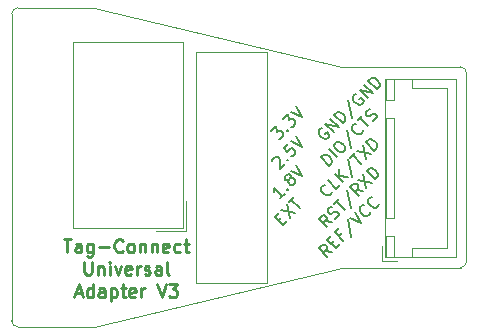
<source format=gto>
G04 #@! TF.GenerationSoftware,KiCad,Pcbnew,5.0.1*
G04 #@! TF.CreationDate,2019-11-02T01:16:45+01:00*
G04 #@! TF.ProjectId,JlinkBreakout,4A6C696E6B427265616B6F75742E6B69,rev?*
G04 #@! TF.SameCoordinates,Original*
G04 #@! TF.FileFunction,Legend,Top*
G04 #@! TF.FilePolarity,Positive*
%FSLAX46Y46*%
G04 Gerber Fmt 4.6, Leading zero omitted, Abs format (unit mm)*
G04 Created by KiCad (PCBNEW 5.0.1) date Sat 02 Nov 2019 01:16:45 AM CET*
%MOMM*%
%LPD*%
G01*
G04 APERTURE LIST*
%ADD10C,0.200000*%
%ADD11C,0.250000*%
%ADD12C,0.050000*%
%ADD13C,0.120000*%
%ADD14C,0.100000*%
G04 APERTURE END LIST*
D10*
X85118442Y-51171320D02*
X84546023Y-51070305D01*
X84714381Y-51575381D02*
X84007275Y-50868274D01*
X84276649Y-50598900D01*
X84377664Y-50565228D01*
X84445007Y-50565228D01*
X84546023Y-50598900D01*
X84647038Y-50699915D01*
X84680710Y-50800931D01*
X84680710Y-50868274D01*
X84647038Y-50969289D01*
X84377664Y-51238663D01*
X85354145Y-50868274D02*
X85488832Y-50800931D01*
X85657190Y-50632572D01*
X85690862Y-50531557D01*
X85690862Y-50464213D01*
X85657190Y-50363198D01*
X85589847Y-50295854D01*
X85488832Y-50262183D01*
X85421488Y-50262183D01*
X85320473Y-50295854D01*
X85152114Y-50396870D01*
X85051099Y-50430541D01*
X84983755Y-50430541D01*
X84882740Y-50396870D01*
X84815397Y-50329526D01*
X84781725Y-50228511D01*
X84781725Y-50161167D01*
X84815397Y-50060152D01*
X84983755Y-49891793D01*
X85118442Y-49824450D01*
X85286801Y-49588748D02*
X85690862Y-49184687D01*
X86195938Y-50093824D02*
X85488832Y-49386717D01*
X86397969Y-48410236D02*
X86701015Y-49925465D01*
X87778511Y-48511251D02*
X87206091Y-48410236D01*
X87374450Y-48915312D02*
X86667343Y-48208206D01*
X86936717Y-47938832D01*
X87037732Y-47905160D01*
X87105076Y-47905160D01*
X87206091Y-47938832D01*
X87307106Y-48039847D01*
X87340778Y-48140862D01*
X87340778Y-48208206D01*
X87307106Y-48309221D01*
X87037732Y-48578595D01*
X87307106Y-47568442D02*
X88485618Y-47804145D01*
X87778511Y-47097038D02*
X88014213Y-48275549D01*
X88754992Y-47534771D02*
X88047885Y-46827664D01*
X88216244Y-46659305D01*
X88350931Y-46591962D01*
X88485618Y-46591962D01*
X88586633Y-46625633D01*
X88754992Y-46726649D01*
X88856007Y-46827664D01*
X88957022Y-46996023D01*
X88990694Y-47097038D01*
X88990694Y-47231725D01*
X88923350Y-47366412D01*
X88754992Y-47534771D01*
X80591877Y-51007106D02*
X80827580Y-50771404D01*
X81298984Y-51040778D02*
X80962267Y-51377496D01*
X80255160Y-50670389D01*
X80591877Y-50333671D01*
X80827580Y-50097969D02*
X82006091Y-50333671D01*
X81298984Y-49626564D02*
X81534687Y-50805076D01*
X81467343Y-49458206D02*
X81871404Y-49054145D01*
X82376480Y-49963282D02*
X81669374Y-49256175D01*
X81113790Y-48725973D02*
X80709729Y-49130034D01*
X80911759Y-48928003D02*
X80204652Y-48220896D01*
X80238324Y-48389255D01*
X80238324Y-48523942D01*
X80204652Y-48624957D01*
X81349492Y-48355583D02*
X81416835Y-48355583D01*
X81416835Y-48422927D01*
X81349492Y-48422927D01*
X81349492Y-48355583D01*
X81416835Y-48422927D01*
X81450507Y-47581133D02*
X81349492Y-47614805D01*
X81282148Y-47614805D01*
X81181133Y-47581133D01*
X81147461Y-47547461D01*
X81113790Y-47446446D01*
X81113790Y-47379103D01*
X81147461Y-47278087D01*
X81282148Y-47143400D01*
X81383164Y-47109729D01*
X81450507Y-47109729D01*
X81551522Y-47143400D01*
X81585194Y-47177072D01*
X81618866Y-47278087D01*
X81618866Y-47345431D01*
X81585194Y-47446446D01*
X81450507Y-47581133D01*
X81416835Y-47682148D01*
X81416835Y-47749492D01*
X81450507Y-47850507D01*
X81585194Y-47985194D01*
X81686209Y-48018866D01*
X81753553Y-48018866D01*
X81854568Y-47985194D01*
X81989255Y-47850507D01*
X82022927Y-47749492D01*
X82022927Y-47682148D01*
X81989255Y-47581133D01*
X81854568Y-47446446D01*
X81753553Y-47412774D01*
X81686209Y-47412774D01*
X81585194Y-47446446D01*
X81618866Y-46806683D02*
X82561675Y-47278087D01*
X82090270Y-46335278D01*
X80069965Y-45990270D02*
X80069965Y-45922927D01*
X80103637Y-45821912D01*
X80271996Y-45653553D01*
X80373011Y-45619881D01*
X80440355Y-45619881D01*
X80541370Y-45653553D01*
X80608713Y-45720896D01*
X80676057Y-45855583D01*
X80676057Y-46663705D01*
X81113790Y-46225973D01*
X81349492Y-45855583D02*
X81416835Y-45855583D01*
X81416835Y-45922927D01*
X81349492Y-45922927D01*
X81349492Y-45855583D01*
X81416835Y-45922927D01*
X81383164Y-44542385D02*
X81046446Y-44879103D01*
X81349492Y-45249492D01*
X81349492Y-45182148D01*
X81383164Y-45081133D01*
X81551522Y-44912774D01*
X81652538Y-44879103D01*
X81719881Y-44879103D01*
X81820896Y-44912774D01*
X81989255Y-45081133D01*
X82022927Y-45182148D01*
X82022927Y-45249492D01*
X81989255Y-45350507D01*
X81820896Y-45518866D01*
X81719881Y-45552538D01*
X81652538Y-45552538D01*
X81618866Y-44306683D02*
X82561675Y-44778087D01*
X82090270Y-43835278D01*
X79968950Y-43456599D02*
X80406683Y-43018866D01*
X80440355Y-43523942D01*
X80541370Y-43422927D01*
X80642385Y-43389255D01*
X80709729Y-43389255D01*
X80810744Y-43422927D01*
X80979103Y-43591286D01*
X81012774Y-43692301D01*
X81012774Y-43759644D01*
X80979103Y-43860660D01*
X80777072Y-44062690D01*
X80676057Y-44096362D01*
X80608713Y-44096362D01*
X81349492Y-43355583D02*
X81416835Y-43355583D01*
X81416835Y-43422927D01*
X81349492Y-43422927D01*
X81349492Y-43355583D01*
X81416835Y-43422927D01*
X80979103Y-42446446D02*
X81416835Y-42008713D01*
X81450507Y-42513790D01*
X81551522Y-42412774D01*
X81652538Y-42379103D01*
X81719881Y-42379103D01*
X81820896Y-42412774D01*
X81989255Y-42581133D01*
X82022927Y-42682148D01*
X82022927Y-42749492D01*
X81989255Y-42850507D01*
X81787225Y-43052538D01*
X81686209Y-43086209D01*
X81618866Y-43086209D01*
X81618866Y-41806683D02*
X82561675Y-42278087D01*
X82090270Y-41335278D01*
X84259813Y-43183079D02*
X84158798Y-43216751D01*
X84057782Y-43317766D01*
X83990439Y-43452453D01*
X83990439Y-43587140D01*
X84024111Y-43688156D01*
X84125126Y-43856514D01*
X84226141Y-43957530D01*
X84394500Y-44058545D01*
X84495515Y-44092217D01*
X84630202Y-44092217D01*
X84764889Y-44024873D01*
X84832233Y-43957530D01*
X84899576Y-43822843D01*
X84899576Y-43755499D01*
X84663874Y-43519797D01*
X84529187Y-43654484D01*
X85269965Y-43519797D02*
X84562859Y-42812690D01*
X85674026Y-43115736D01*
X84966920Y-42408629D01*
X86010744Y-42779018D02*
X85303637Y-42071912D01*
X85471996Y-41903553D01*
X85606683Y-41836209D01*
X85741370Y-41836209D01*
X85842385Y-41869881D01*
X86010744Y-41970896D01*
X86111759Y-42071912D01*
X86212774Y-42240270D01*
X86246446Y-42341286D01*
X86246446Y-42475973D01*
X86179103Y-42610660D01*
X86010744Y-42779018D01*
X86482148Y-40826057D02*
X86785194Y-42341286D01*
X87155583Y-40287309D02*
X87054568Y-40320981D01*
X86953553Y-40421996D01*
X86886209Y-40556683D01*
X86886209Y-40691370D01*
X86919881Y-40792385D01*
X87020896Y-40960744D01*
X87121912Y-41061759D01*
X87290270Y-41162774D01*
X87391286Y-41196446D01*
X87525973Y-41196446D01*
X87660660Y-41129103D01*
X87728003Y-41061759D01*
X87795347Y-40927072D01*
X87795347Y-40859729D01*
X87559644Y-40624026D01*
X87424957Y-40758713D01*
X88165736Y-40624026D02*
X87458629Y-39916920D01*
X88569797Y-40219965D01*
X87862690Y-39512859D01*
X88906514Y-39883248D02*
X88199408Y-39176141D01*
X88367766Y-39007782D01*
X88502453Y-38940439D01*
X88637140Y-38940439D01*
X88738156Y-38974111D01*
X88906514Y-39075126D01*
X89007530Y-39176141D01*
X89108545Y-39344500D01*
X89142217Y-39445515D01*
X89142217Y-39580202D01*
X89074873Y-39714889D01*
X88906514Y-39883248D01*
X84865904Y-46373858D02*
X84158798Y-45666751D01*
X84327156Y-45498392D01*
X84461843Y-45431049D01*
X84596530Y-45431049D01*
X84697546Y-45464721D01*
X84865904Y-45565736D01*
X84966920Y-45666751D01*
X85067935Y-45835110D01*
X85101607Y-45936125D01*
X85101607Y-46070812D01*
X85034263Y-46205499D01*
X84865904Y-46373858D01*
X85573011Y-45666751D02*
X84865904Y-44959644D01*
X85337309Y-44488240D02*
X85471996Y-44353553D01*
X85573011Y-44319881D01*
X85707698Y-44319881D01*
X85876057Y-44420896D01*
X86111759Y-44656599D01*
X86212774Y-44824957D01*
X86212774Y-44959644D01*
X86179103Y-45060660D01*
X86044416Y-45195347D01*
X85943400Y-45229018D01*
X85808713Y-45229018D01*
X85640355Y-45128003D01*
X85404652Y-44892301D01*
X85303637Y-44723942D01*
X85303637Y-44589255D01*
X85337309Y-44488240D01*
X86414805Y-43343400D02*
X86717851Y-44858629D01*
X87728003Y-43377072D02*
X87728003Y-43444416D01*
X87660660Y-43579103D01*
X87593316Y-43646446D01*
X87458629Y-43713790D01*
X87323942Y-43713790D01*
X87222927Y-43680118D01*
X87054568Y-43579103D01*
X86953553Y-43478087D01*
X86852538Y-43309729D01*
X86818866Y-43208713D01*
X86818866Y-43074026D01*
X86886209Y-42939339D01*
X86953553Y-42871996D01*
X87088240Y-42804652D01*
X87155583Y-42804652D01*
X87290270Y-42535278D02*
X87694331Y-42131217D01*
X88199408Y-43040355D02*
X87492301Y-42333248D01*
X88569797Y-42602622D02*
X88704484Y-42535278D01*
X88872843Y-42366920D01*
X88906514Y-42265904D01*
X88906514Y-42198561D01*
X88872843Y-42097546D01*
X88805499Y-42030202D01*
X88704484Y-41996530D01*
X88637140Y-41996530D01*
X88536125Y-42030202D01*
X88367766Y-42131217D01*
X88266751Y-42164889D01*
X88199408Y-42164889D01*
X88098392Y-42131217D01*
X88031049Y-42063874D01*
X87997377Y-41962859D01*
X87997377Y-41895515D01*
X88031049Y-41794500D01*
X88199408Y-41626141D01*
X88334095Y-41558798D01*
X85135278Y-53654484D02*
X84562859Y-53553469D01*
X84731217Y-54058545D02*
X84024111Y-53351438D01*
X84293485Y-53082064D01*
X84394500Y-53048392D01*
X84461843Y-53048392D01*
X84562859Y-53082064D01*
X84663874Y-53183079D01*
X84697546Y-53284095D01*
X84697546Y-53351438D01*
X84663874Y-53452453D01*
X84394500Y-53721827D01*
X85067935Y-52981049D02*
X85303637Y-52745347D01*
X85775042Y-53014721D02*
X85438324Y-53351438D01*
X84731217Y-52644331D01*
X85067935Y-52307614D01*
X85943400Y-52105583D02*
X85707698Y-52341286D01*
X86078087Y-52711675D02*
X85370981Y-52004568D01*
X85707698Y-51667851D01*
X86448477Y-50859729D02*
X86751522Y-52374957D01*
X86616835Y-50758713D02*
X87559644Y-51230118D01*
X87088240Y-50287309D01*
X88367766Y-50287309D02*
X88367766Y-50354652D01*
X88300423Y-50489339D01*
X88233079Y-50556683D01*
X88098392Y-50624026D01*
X87963705Y-50624026D01*
X87862690Y-50590355D01*
X87694331Y-50489339D01*
X87593316Y-50388324D01*
X87492301Y-50219965D01*
X87458629Y-50118950D01*
X87458629Y-49984263D01*
X87525973Y-49849576D01*
X87593316Y-49782233D01*
X87728003Y-49714889D01*
X87795347Y-49714889D01*
X89074873Y-49580202D02*
X89074873Y-49647546D01*
X89007530Y-49782233D01*
X88940186Y-49849576D01*
X88805499Y-49916920D01*
X88670812Y-49916920D01*
X88569797Y-49883248D01*
X88401438Y-49782233D01*
X88300423Y-49681217D01*
X88199408Y-49512859D01*
X88165736Y-49411843D01*
X88165736Y-49277156D01*
X88233079Y-49142469D01*
X88300423Y-49075126D01*
X88435110Y-49007782D01*
X88502453Y-49007782D01*
X85101607Y-48553469D02*
X85101607Y-48620812D01*
X85034263Y-48755499D01*
X84966920Y-48822843D01*
X84832233Y-48890186D01*
X84697546Y-48890186D01*
X84596530Y-48856514D01*
X84428172Y-48755499D01*
X84327156Y-48654484D01*
X84226141Y-48486125D01*
X84192469Y-48385110D01*
X84192469Y-48250423D01*
X84259813Y-48115736D01*
X84327156Y-48048392D01*
X84461843Y-47981049D01*
X84529187Y-47981049D01*
X85808713Y-47981049D02*
X85471996Y-48317766D01*
X84764889Y-47610660D01*
X86044416Y-47745347D02*
X85337309Y-47038240D01*
X86448477Y-47341286D02*
X85741370Y-47240270D01*
X85741370Y-46634179D02*
X85741370Y-47442301D01*
X86515820Y-45792385D02*
X86818866Y-47307614D01*
X86684179Y-45691370D02*
X87088240Y-45287309D01*
X87593316Y-46196446D02*
X86886209Y-45489339D01*
X87256599Y-45118950D02*
X88435110Y-45354652D01*
X87728003Y-44647546D02*
X87963705Y-45826057D01*
X88704484Y-45085278D02*
X87997377Y-44378172D01*
X88165736Y-44209813D01*
X88300423Y-44142469D01*
X88435110Y-44142469D01*
X88536125Y-44176141D01*
X88704484Y-44277156D01*
X88805499Y-44378172D01*
X88906514Y-44546530D01*
X88940186Y-44647546D01*
X88940186Y-44782233D01*
X88872843Y-44916920D01*
X88704484Y-45085278D01*
D11*
X62409523Y-52597619D02*
X63038095Y-52597619D01*
X62723809Y-53697619D02*
X62723809Y-52597619D01*
X63876190Y-53697619D02*
X63876190Y-53121428D01*
X63823809Y-53016666D01*
X63719047Y-52964285D01*
X63509523Y-52964285D01*
X63404761Y-53016666D01*
X63876190Y-53645238D02*
X63771428Y-53697619D01*
X63509523Y-53697619D01*
X63404761Y-53645238D01*
X63352380Y-53540476D01*
X63352380Y-53435714D01*
X63404761Y-53330952D01*
X63509523Y-53278571D01*
X63771428Y-53278571D01*
X63876190Y-53226190D01*
X64871428Y-52964285D02*
X64871428Y-53854761D01*
X64819047Y-53959523D01*
X64766666Y-54011904D01*
X64661904Y-54064285D01*
X64504761Y-54064285D01*
X64400000Y-54011904D01*
X64871428Y-53645238D02*
X64766666Y-53697619D01*
X64557142Y-53697619D01*
X64452380Y-53645238D01*
X64400000Y-53592857D01*
X64347619Y-53488095D01*
X64347619Y-53173809D01*
X64400000Y-53069047D01*
X64452380Y-53016666D01*
X64557142Y-52964285D01*
X64766666Y-52964285D01*
X64871428Y-53016666D01*
X65395238Y-53278571D02*
X66233333Y-53278571D01*
X67385714Y-53592857D02*
X67333333Y-53645238D01*
X67176190Y-53697619D01*
X67071428Y-53697619D01*
X66914285Y-53645238D01*
X66809523Y-53540476D01*
X66757142Y-53435714D01*
X66704761Y-53226190D01*
X66704761Y-53069047D01*
X66757142Y-52859523D01*
X66809523Y-52754761D01*
X66914285Y-52650000D01*
X67071428Y-52597619D01*
X67176190Y-52597619D01*
X67333333Y-52650000D01*
X67385714Y-52702380D01*
X68014285Y-53697619D02*
X67909523Y-53645238D01*
X67857142Y-53592857D01*
X67804761Y-53488095D01*
X67804761Y-53173809D01*
X67857142Y-53069047D01*
X67909523Y-53016666D01*
X68014285Y-52964285D01*
X68171428Y-52964285D01*
X68276190Y-53016666D01*
X68328571Y-53069047D01*
X68380952Y-53173809D01*
X68380952Y-53488095D01*
X68328571Y-53592857D01*
X68276190Y-53645238D01*
X68171428Y-53697619D01*
X68014285Y-53697619D01*
X68852380Y-52964285D02*
X68852380Y-53697619D01*
X68852380Y-53069047D02*
X68904761Y-53016666D01*
X69009523Y-52964285D01*
X69166666Y-52964285D01*
X69271428Y-53016666D01*
X69323809Y-53121428D01*
X69323809Y-53697619D01*
X69847619Y-52964285D02*
X69847619Y-53697619D01*
X69847619Y-53069047D02*
X69900000Y-53016666D01*
X70004761Y-52964285D01*
X70161904Y-52964285D01*
X70266666Y-53016666D01*
X70319047Y-53121428D01*
X70319047Y-53697619D01*
X71261904Y-53645238D02*
X71157142Y-53697619D01*
X70947619Y-53697619D01*
X70842857Y-53645238D01*
X70790476Y-53540476D01*
X70790476Y-53121428D01*
X70842857Y-53016666D01*
X70947619Y-52964285D01*
X71157142Y-52964285D01*
X71261904Y-53016666D01*
X71314285Y-53121428D01*
X71314285Y-53226190D01*
X70790476Y-53330952D01*
X72257142Y-53645238D02*
X72152380Y-53697619D01*
X71942857Y-53697619D01*
X71838095Y-53645238D01*
X71785714Y-53592857D01*
X71733333Y-53488095D01*
X71733333Y-53173809D01*
X71785714Y-53069047D01*
X71838095Y-53016666D01*
X71942857Y-52964285D01*
X72152380Y-52964285D01*
X72257142Y-53016666D01*
X72571428Y-52964285D02*
X72990476Y-52964285D01*
X72728571Y-52597619D02*
X72728571Y-53540476D01*
X72780952Y-53645238D01*
X72885714Y-53697619D01*
X72990476Y-53697619D01*
X64164285Y-54497619D02*
X64164285Y-55388095D01*
X64216666Y-55492857D01*
X64269047Y-55545238D01*
X64373809Y-55597619D01*
X64583333Y-55597619D01*
X64688095Y-55545238D01*
X64740476Y-55492857D01*
X64792857Y-55388095D01*
X64792857Y-54497619D01*
X65316666Y-54864285D02*
X65316666Y-55597619D01*
X65316666Y-54969047D02*
X65369047Y-54916666D01*
X65473809Y-54864285D01*
X65630952Y-54864285D01*
X65735714Y-54916666D01*
X65788095Y-55021428D01*
X65788095Y-55597619D01*
X66311904Y-55597619D02*
X66311904Y-54864285D01*
X66311904Y-54497619D02*
X66259523Y-54550000D01*
X66311904Y-54602380D01*
X66364285Y-54550000D01*
X66311904Y-54497619D01*
X66311904Y-54602380D01*
X66730952Y-54864285D02*
X66992857Y-55597619D01*
X67254761Y-54864285D01*
X68092857Y-55545238D02*
X67988095Y-55597619D01*
X67778571Y-55597619D01*
X67673809Y-55545238D01*
X67621428Y-55440476D01*
X67621428Y-55021428D01*
X67673809Y-54916666D01*
X67778571Y-54864285D01*
X67988095Y-54864285D01*
X68092857Y-54916666D01*
X68145238Y-55021428D01*
X68145238Y-55126190D01*
X67621428Y-55230952D01*
X68616666Y-55597619D02*
X68616666Y-54864285D01*
X68616666Y-55073809D02*
X68669047Y-54969047D01*
X68721428Y-54916666D01*
X68826190Y-54864285D01*
X68930952Y-54864285D01*
X69245238Y-55545238D02*
X69350000Y-55597619D01*
X69559523Y-55597619D01*
X69664285Y-55545238D01*
X69716666Y-55440476D01*
X69716666Y-55388095D01*
X69664285Y-55283333D01*
X69559523Y-55230952D01*
X69402380Y-55230952D01*
X69297619Y-55178571D01*
X69245238Y-55073809D01*
X69245238Y-55021428D01*
X69297619Y-54916666D01*
X69402380Y-54864285D01*
X69559523Y-54864285D01*
X69664285Y-54916666D01*
X70659523Y-55597619D02*
X70659523Y-55021428D01*
X70607142Y-54916666D01*
X70502380Y-54864285D01*
X70292857Y-54864285D01*
X70188095Y-54916666D01*
X70659523Y-55545238D02*
X70554761Y-55597619D01*
X70292857Y-55597619D01*
X70188095Y-55545238D01*
X70135714Y-55440476D01*
X70135714Y-55335714D01*
X70188095Y-55230952D01*
X70292857Y-55178571D01*
X70554761Y-55178571D01*
X70659523Y-55126190D01*
X71340476Y-55597619D02*
X71235714Y-55545238D01*
X71183333Y-55440476D01*
X71183333Y-54497619D01*
X63404761Y-57183333D02*
X63928571Y-57183333D01*
X63300000Y-57497619D02*
X63666666Y-56397619D01*
X64033333Y-57497619D01*
X64871428Y-57497619D02*
X64871428Y-56397619D01*
X64871428Y-57445238D02*
X64766666Y-57497619D01*
X64557142Y-57497619D01*
X64452380Y-57445238D01*
X64400000Y-57392857D01*
X64347619Y-57288095D01*
X64347619Y-56973809D01*
X64400000Y-56869047D01*
X64452380Y-56816666D01*
X64557142Y-56764285D01*
X64766666Y-56764285D01*
X64871428Y-56816666D01*
X65866666Y-57497619D02*
X65866666Y-56921428D01*
X65814285Y-56816666D01*
X65709523Y-56764285D01*
X65500000Y-56764285D01*
X65395238Y-56816666D01*
X65866666Y-57445238D02*
X65761904Y-57497619D01*
X65500000Y-57497619D01*
X65395238Y-57445238D01*
X65342857Y-57340476D01*
X65342857Y-57235714D01*
X65395238Y-57130952D01*
X65500000Y-57078571D01*
X65761904Y-57078571D01*
X65866666Y-57026190D01*
X66390476Y-56764285D02*
X66390476Y-57864285D01*
X66390476Y-56816666D02*
X66495238Y-56764285D01*
X66704761Y-56764285D01*
X66809523Y-56816666D01*
X66861904Y-56869047D01*
X66914285Y-56973809D01*
X66914285Y-57288095D01*
X66861904Y-57392857D01*
X66809523Y-57445238D01*
X66704761Y-57497619D01*
X66495238Y-57497619D01*
X66390476Y-57445238D01*
X67228571Y-56764285D02*
X67647619Y-56764285D01*
X67385714Y-56397619D02*
X67385714Y-57340476D01*
X67438095Y-57445238D01*
X67542857Y-57497619D01*
X67647619Y-57497619D01*
X68433333Y-57445238D02*
X68328571Y-57497619D01*
X68119047Y-57497619D01*
X68014285Y-57445238D01*
X67961904Y-57340476D01*
X67961904Y-56921428D01*
X68014285Y-56816666D01*
X68119047Y-56764285D01*
X68328571Y-56764285D01*
X68433333Y-56816666D01*
X68485714Y-56921428D01*
X68485714Y-57026190D01*
X67961904Y-57130952D01*
X68957142Y-57497619D02*
X68957142Y-56764285D01*
X68957142Y-56973809D02*
X69009523Y-56869047D01*
X69061904Y-56816666D01*
X69166666Y-56764285D01*
X69271428Y-56764285D01*
X70319047Y-56397619D02*
X70685714Y-57497619D01*
X71052380Y-56397619D01*
X71314285Y-56397619D02*
X71995238Y-56397619D01*
X71628571Y-56816666D01*
X71785714Y-56816666D01*
X71890476Y-56869047D01*
X71942857Y-56921428D01*
X71995238Y-57026190D01*
X71995238Y-57288095D01*
X71942857Y-57392857D01*
X71890476Y-57445238D01*
X71785714Y-57497619D01*
X71471428Y-57497619D01*
X71366666Y-57445238D01*
X71314285Y-57392857D01*
D12*
X58500000Y-60000000D02*
G75*
G02X58000000Y-59500000I0J500000D01*
G01*
X58000000Y-33500000D02*
G75*
G02X58500000Y-33000000I500000J0D01*
G01*
X96000000Y-38000000D02*
G75*
G02X96500000Y-38500000I0J-500000D01*
G01*
X96500000Y-54500000D02*
G75*
G02X96000000Y-55000000I-500000J0D01*
G01*
X86000000Y-38000000D02*
X65000000Y-33000000D01*
X96000000Y-38000000D02*
X86000000Y-38000000D01*
X96500000Y-54500000D02*
X96500000Y-38500000D01*
X86000000Y-55000000D02*
X96000000Y-55000000D01*
X65000000Y-60000000D02*
X86000000Y-55000000D01*
X65000000Y-33000000D02*
X58500000Y-33000000D01*
X58500000Y-60000000D02*
X65000000Y-60000000D01*
X58000000Y-33500000D02*
X58000000Y-59500000D01*
D13*
G04 #@! TO.C,J3*
X89640000Y-54110000D02*
X95610000Y-54110000D01*
X95610000Y-54110000D02*
X95610000Y-38990000D01*
X95610000Y-38990000D02*
X89640000Y-38990000D01*
X89640000Y-38990000D02*
X89640000Y-54110000D01*
X89650000Y-50800000D02*
X90400000Y-50800000D01*
X90400000Y-50800000D02*
X90400000Y-42300000D01*
X90400000Y-42300000D02*
X89650000Y-42300000D01*
X89650000Y-42300000D02*
X89650000Y-50800000D01*
X89650000Y-54100000D02*
X90400000Y-54100000D01*
X90400000Y-54100000D02*
X90400000Y-52300000D01*
X90400000Y-52300000D02*
X89650000Y-52300000D01*
X89650000Y-52300000D02*
X89650000Y-54100000D01*
X89650000Y-40800000D02*
X90400000Y-40800000D01*
X90400000Y-40800000D02*
X90400000Y-39000000D01*
X90400000Y-39000000D02*
X89650000Y-39000000D01*
X89650000Y-39000000D02*
X89650000Y-40800000D01*
X91900000Y-54100000D02*
X91900000Y-53350000D01*
X91900000Y-53350000D02*
X94850000Y-53350000D01*
X94850000Y-53350000D02*
X94850000Y-46550000D01*
X91900000Y-39000000D02*
X91900000Y-39750000D01*
X91900000Y-39750000D02*
X94850000Y-39750000D01*
X94850000Y-39750000D02*
X94850000Y-46550000D01*
X89350000Y-53150000D02*
X89350000Y-54400000D01*
X89350000Y-54400000D02*
X90600000Y-54400000D01*
D14*
G04 #@! TO.C,U2*
X73600000Y-36700000D02*
X79600000Y-36700000D01*
X79600000Y-36700000D02*
X79600000Y-56300000D01*
X79600000Y-56300000D02*
X73600000Y-56300000D01*
X73600000Y-56300000D02*
X73600000Y-36700000D01*
D13*
G04 #@! TO.C,J2*
X63155000Y-51650000D02*
X63155000Y-35870000D01*
X63155000Y-35870000D02*
X72505000Y-35870000D01*
X72505000Y-35870000D02*
X72505000Y-51650000D01*
X72505000Y-51650000D02*
X63155000Y-51650000D01*
X72755000Y-51900000D02*
X72755000Y-49360000D01*
X72755000Y-51900000D02*
X70215000Y-51900000D01*
G04 #@! TD*
M02*

</source>
